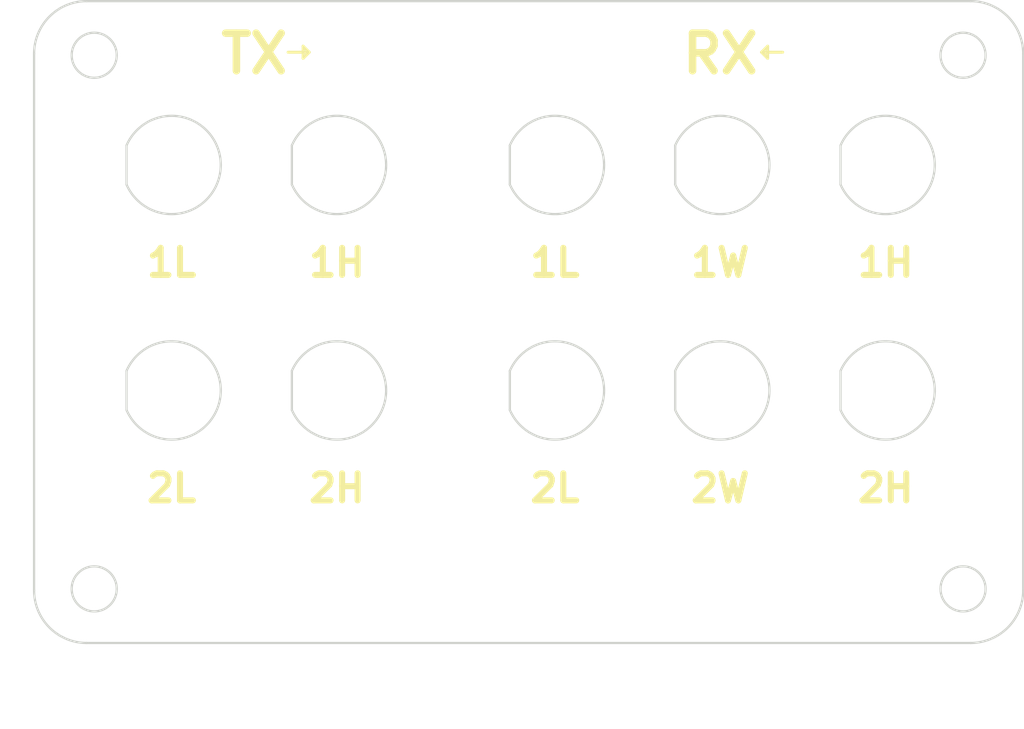
<source format=kicad_pcb>
(kicad_pcb (version 4) (host pcbnew no-bzr-kicad_new3d-viewer)

  (general
    (links 0)
    (no_connects 0)
    (area 98.532143 38.524999 167.025001 87.4925)
    (thickness 1.6)
    (drawings 36)
    (tracks 0)
    (zones 0)
    (modules 11)
    (nets 1)
  )

  (page A4)
  (layers
    (0 F.Cu signal)
    (31 B.Cu signal)
    (32 B.Adhes user)
    (33 F.Adhes user)
    (34 B.Paste user)
    (35 F.Paste user)
    (36 B.SilkS user)
    (37 F.SilkS user)
    (38 B.Mask user)
    (39 F.Mask user)
    (40 Dwgs.User user)
    (41 Cmts.User user)
    (42 Eco1.User user)
    (43 Eco2.User user)
    (44 Edge.Cuts user)
    (45 Margin user)
    (46 B.CrtYd user)
    (47 F.CrtYd user)
    (48 B.Fab user)
    (49 F.Fab user)
  )

  (setup
    (last_trace_width 0.25)
    (trace_clearance 0.2)
    (zone_clearance 0.508)
    (zone_45_only no)
    (trace_min 0.2)
    (segment_width 0.2)
    (edge_width 0.15)
    (via_size 0.6)
    (via_drill 0.4)
    (via_min_size 0.4)
    (via_min_drill 0.3)
    (uvia_size 0.3)
    (uvia_drill 0.1)
    (uvias_allowed no)
    (uvia_min_size 0.2)
    (uvia_min_drill 0.1)
    (pcb_text_width 0.3)
    (pcb_text_size 1.5 1.5)
    (mod_edge_width 0.15)
    (mod_text_size 1 1)
    (mod_text_width 0.15)
    (pad_size 6.5 6.5)
    (pad_drill 6.5)
    (pad_to_mask_clearance 0.2)
    (aux_axis_origin 0 0)
    (visible_elements 7FFFFFFF)
    (pcbplotparams
      (layerselection 0x00030_ffffffff)
      (usegerberextensions false)
      (excludeedgelayer true)
      (linewidth 0.100000)
      (plotframeref false)
      (viasonmask false)
      (mode 1)
      (useauxorigin false)
      (hpglpennumber 1)
      (hpglpenspeed 20)
      (hpglpendiameter 15)
      (psnegative false)
      (psa4output false)
      (plotreference true)
      (plotvalue true)
      (plotinvisibletext false)
      (padsonsilk false)
      (subtractmaskfromsilk false)
      (outputformat 1)
      (mirror false)
      (drillshape 1)
      (scaleselection 1)
      (outputdirectory ""))
  )

  (net 0 "")

  (net_class Default "This is the default net class."
    (clearance 0.2)
    (trace_width 0.25)
    (via_dia 0.6)
    (via_drill 0.4)
    (uvia_dia 0.3)
    (uvia_drill 0.1)
  )

  (module Ohišja:1 locked (layer F.Cu) (tedit 57338AA8) (tstamp 5733AE17)
    (at 100.95 81.5)
    (fp_text reference REF** (at 0 4.9) (layer Dwgs.User)
      (effects (font (size 1 1) (thickness 0.15)))
    )
    (fp_text value 1 (at 0 2.8) (layer F.Fab)
      (effects (font (size 1 1) (thickness 0.15)))
    )
    (fp_line (start 4.5 -9.6) (end 3 -8.7) (layer Dwgs.User) (width 0.15))
    (fp_line (start 4.5 -7.9) (end 4.5 -9.6) (layer Dwgs.User) (width 0.15))
    (fp_line (start 61.3 -9.6) (end 62.8 -8.7) (layer Dwgs.User) (width 0.15))
    (fp_line (start 61.3 -7.9) (end 61.3 -9.6) (layer Dwgs.User) (width 0.15))
    (fp_line (start 57 -3) (end 57 -1.8) (layer Dwgs.User) (width 0.15))
    (fp_line (start 58 -3) (end 57 -3) (layer Dwgs.User) (width 0.15))
    (fp_line (start 58 -1.8) (end 58 -3) (layer Dwgs.User) (width 0.15))
    (fp_line (start 60 -1.8) (end 60 -3.3) (layer Dwgs.User) (width 0.15))
    (fp_line (start 3 -7.9) (end 4.5 -7.9) (layer Dwgs.User) (width 0.15))
    (fp_line (start 3 -5.8) (end 4.5 -5.8) (layer Dwgs.User) (width 0.15))
    (fp_circle (center 4 -3.6) (end 5.5 -3.6) (layer Dwgs.User) (width 0.15))
    (fp_line (start 3 -1.8) (end 62.8 -1.8) (layer Dwgs.User) (width 0.15))
    (fp_line (start 62.8 -1.8) (end 62.8 -40.9) (layer Dwgs.User) (width 0.15))
    (fp_line (start 3 -40.9) (end 3 -1.8) (layer Dwgs.User) (width 0.15))
    (fp_arc (start 3.5 -39.2) (end 0 -39.2) (angle 90) (layer Dwgs.User) (width 0.15))
    (fp_arc (start 62.3 -3.5) (end 65.8 -3.5) (angle 90) (layer Dwgs.User) (width 0.15))
    (fp_arc (start 3.5 -3.5) (end 3.5 0) (angle 90) (layer Dwgs.User) (width 0.15))
    (fp_arc (start 62.3 -39.2) (end 62.3 -42.7) (angle 90) (layer Dwgs.User) (width 0.15))
    (fp_line (start 65.8 -39.2) (end 65.8 -3.5) (layer Dwgs.User) (width 0.15))
    (fp_line (start 62.3 0) (end 3.5 0) (layer Dwgs.User) (width 0.15))
    (fp_line (start 0 -3.5) (end 0 -39.2) (layer Dwgs.User) (width 0.15))
    (fp_line (start 3.5 -42.7) (end 62.3 -42.7) (layer Dwgs.User) (width 0.15))
    (fp_circle (center 61.8 -3.6) (end 63.3 -3.6) (layer Dwgs.User) (width 0.15))
    (fp_line (start 3.8 -3.8) (end 4.2 -3.4) (layer Dwgs.User) (width 0.15))
    (fp_line (start 61.6 -3.8) (end 62 -3.4) (layer Dwgs.User) (width 0.15))
    (fp_line (start 62 -3.8) (end 61.6 -3.4) (layer Dwgs.User) (width 0.15))
    (fp_line (start 4.2 -3.8) (end 3.8 -3.4) (layer Dwgs.User) (width 0.15))
    (fp_line (start 3.3 -3.7) (end 3.7 -3.3) (layer Dwgs.User) (width 0.15))
    (fp_line (start 3.7 -3.7) (end 3.3 -3.3) (layer Dwgs.User) (width 0.15))
    (fp_line (start 62.5 -3.7) (end 62.1 -3.3) (layer Dwgs.User) (width 0.15))
    (fp_line (start 62.1 -3.7) (end 62.5 -3.3) (layer Dwgs.User) (width 0.15))
    (fp_line (start 61.3 -5.8) (end 62.8 -5.8) (layer Dwgs.User) (width 0.15))
    (fp_line (start 61.3 -7.9) (end 62.8 -7.9) (layer Dwgs.User) (width 0.15))
    (fp_line (start 5.8 -1.8) (end 5.8 -3.3) (layer Dwgs.User) (width 0.15))
    (fp_line (start 7.8 -1.8) (end 7.8 -3) (layer Dwgs.User) (width 0.15))
    (fp_line (start 7.8 -3) (end 8.8 -3) (layer Dwgs.User) (width 0.15))
    (fp_line (start 8.8 -3) (end 8.8 -1.8) (layer Dwgs.User) (width 0.15))
    (fp_line (start 3.8 -38.9) (end 4.2 -39.3) (layer Dwgs.User) (width 0.15))
    (fp_line (start 4.2 -38.9) (end 3.8 -39.3) (layer Dwgs.User) (width 0.15))
    (fp_line (start 4.5 -36.9) (end 3 -36.9) (layer Dwgs.User) (width 0.15))
    (fp_line (start 4.5 -33.1) (end 3 -34) (layer Dwgs.User) (width 0.15))
    (fp_line (start 4.5 -34.8) (end 3 -34.8) (layer Dwgs.User) (width 0.15))
    (fp_line (start 4.5 -34.8) (end 4.5 -33.1) (layer Dwgs.User) (width 0.15))
    (fp_circle (center 61.8 -39.1) (end 60.3 -39.1) (layer Dwgs.User) (width 0.15))
    (fp_line (start 62.8 -40.9) (end 3 -40.9) (layer Dwgs.User) (width 0.15))
    (fp_line (start 3.3 -39) (end 3.7 -39.4) (layer Dwgs.User) (width 0.15))
    (fp_line (start 5.8 -40.9) (end 5.8 -39.4) (layer Dwgs.User) (width 0.15))
    (fp_line (start 8.8 -39.7) (end 8.8 -40.9) (layer Dwgs.User) (width 0.15))
    (fp_line (start 7.8 -40.9) (end 7.8 -39.7) (layer Dwgs.User) (width 0.15))
    (fp_line (start 7.8 -39.7) (end 8.8 -39.7) (layer Dwgs.User) (width 0.15))
    (fp_line (start 3.7 -39) (end 3.3 -39.4) (layer Dwgs.User) (width 0.15))
    (fp_circle (center 4 -39.1) (end 2.5 -39.1) (layer Dwgs.User) (width 0.15))
    (fp_line (start 62.8 -34.8) (end 61.3 -34.8) (layer Dwgs.User) (width 0.15))
    (fp_line (start 61.3 -33.1) (end 62.8 -34) (layer Dwgs.User) (width 0.15))
    (fp_line (start 61.3 -34.8) (end 61.3 -33.1) (layer Dwgs.User) (width 0.15))
    (fp_line (start 62.8 -36.9) (end 61.3 -36.9) (layer Dwgs.User) (width 0.15))
    (fp_line (start 62.1 -39) (end 62.5 -39.4) (layer Dwgs.User) (width 0.15))
    (fp_line (start 62.5 -39) (end 62.1 -39.4) (layer Dwgs.User) (width 0.15))
    (fp_line (start 61.6 -38.9) (end 62 -39.3) (layer Dwgs.User) (width 0.15))
    (fp_line (start 62 -38.9) (end 61.6 -39.3) (layer Dwgs.User) (width 0.15))
    (fp_line (start 58 -40.9) (end 58 -39.7) (layer Dwgs.User) (width 0.15))
    (fp_line (start 60 -40.9) (end 60 -39.4) (layer Dwgs.User) (width 0.15))
    (fp_line (start 57 -39.7) (end 57 -40.9) (layer Dwgs.User) (width 0.15))
    (fp_line (start 58 -39.7) (end 57 -39.7) (layer Dwgs.User) (width 0.15))
  )

  (module Ohisja:2 (layer F.Cu) (tedit 57339325) (tstamp 5733B0A0)
    (at 157.6 49.7)
    (fp_text reference REF** (at 0 7.7) (layer Dwgs.User)
      (effects (font (size 1 1) (thickness 0.15)))
    )
    (fp_text value 2 (at 0 6.7) (layer F.Fab)
      (effects (font (size 1 1) (thickness 0.15)))
    )
    (fp_arc (start 0 0) (end -3 -1.3) (angle 313.1426144) (layer Edge.Cuts) (width 0.15))
    (fp_line (start -3 -1.3) (end -3 1.3) (layer Edge.Cuts) (width 0.15))
    (fp_circle (center 0 0) (end 7.5 0) (layer Dwgs.User) (width 0.15))
    (fp_line (start 0.2 0.2) (end -0.2 -0.2) (layer Dwgs.User) (width 0.15))
    (fp_line (start -0.2 0.2) (end 0.2 -0.2) (layer Dwgs.User) (width 0.15))
    (fp_line (start 4 2.1) (end 4 -2.1) (layer Dwgs.User) (width 0.15))
    (fp_line (start 0 4.5) (end 4 2.1) (layer Dwgs.User) (width 0.15))
    (fp_line (start -4 2.1) (end 0 4.5) (layer Dwgs.User) (width 0.15))
    (fp_line (start -4 -2.1) (end -4 2.1) (layer Dwgs.User) (width 0.15))
    (fp_line (start 0 -4.5) (end -4 -2.1) (layer Dwgs.User) (width 0.15))
    (fp_line (start 4 -2.1) (end 0 -4.5) (layer Dwgs.User) (width 0.15))
    (fp_circle (center 0 0) (end 4.5 0) (layer Dwgs.User) (width 0.15))
    (fp_circle (center 0 0) (end 3.25 0) (layer Dwgs.User) (width 0.15))
    (model D:/Dropbox/Projekti/Ohisja/sma.wrl
      (at (xyz 0 -0.02559055118110237 -0.1377952755905512))
      (scale (xyz 0.3937 0.3937 0.3937))
      (rotate (xyz 0 0 0))
    )
  )

  (module Ohisja:2 (layer F.Cu) (tedit 57339325) (tstamp 5733B91E)
    (at 135.6 64.7)
    (fp_text reference REF** (at 0 7.7) (layer Dwgs.User)
      (effects (font (size 1 1) (thickness 0.15)))
    )
    (fp_text value 2 (at 0 6.7) (layer F.Fab)
      (effects (font (size 1 1) (thickness 0.15)))
    )
    (fp_arc (start 0 0) (end -3 -1.3) (angle 313.1426144) (layer Edge.Cuts) (width 0.15))
    (fp_line (start -3 -1.3) (end -3 1.3) (layer Edge.Cuts) (width 0.15))
    (fp_circle (center 0 0) (end 7.5 0) (layer Dwgs.User) (width 0.15))
    (fp_line (start 0.2 0.2) (end -0.2 -0.2) (layer Dwgs.User) (width 0.15))
    (fp_line (start -0.2 0.2) (end 0.2 -0.2) (layer Dwgs.User) (width 0.15))
    (fp_line (start 4 2.1) (end 4 -2.1) (layer Dwgs.User) (width 0.15))
    (fp_line (start 0 4.5) (end 4 2.1) (layer Dwgs.User) (width 0.15))
    (fp_line (start -4 2.1) (end 0 4.5) (layer Dwgs.User) (width 0.15))
    (fp_line (start -4 -2.1) (end -4 2.1) (layer Dwgs.User) (width 0.15))
    (fp_line (start 0 -4.5) (end -4 -2.1) (layer Dwgs.User) (width 0.15))
    (fp_line (start 4 -2.1) (end 0 -4.5) (layer Dwgs.User) (width 0.15))
    (fp_circle (center 0 0) (end 4.5 0) (layer Dwgs.User) (width 0.15))
    (fp_circle (center 0 0) (end 3.25 0) (layer Dwgs.User) (width 0.15))
    (model D:/Dropbox/Projekti/Ohisja/sma.wrl
      (at (xyz 0 -0.02559055118110237 -0.1377952755905512))
      (scale (xyz 0.3937 0.3937 0.3937))
      (rotate (xyz 0 0 0))
    )
  )

  (module Ohisja:2 (layer F.Cu) (tedit 57339325) (tstamp 5733B910)
    (at 146.6 64.7)
    (fp_text reference REF** (at 0 7.7) (layer Dwgs.User)
      (effects (font (size 1 1) (thickness 0.15)))
    )
    (fp_text value 2 (at 0 6.7) (layer F.Fab)
      (effects (font (size 1 1) (thickness 0.15)))
    )
    (fp_arc (start 0 0) (end -3 -1.3) (angle 313.1426144) (layer Edge.Cuts) (width 0.15))
    (fp_line (start -3 -1.3) (end -3 1.3) (layer Edge.Cuts) (width 0.15))
    (fp_circle (center 0 0) (end 7.5 0) (layer Dwgs.User) (width 0.15))
    (fp_line (start 0.2 0.2) (end -0.2 -0.2) (layer Dwgs.User) (width 0.15))
    (fp_line (start -0.2 0.2) (end 0.2 -0.2) (layer Dwgs.User) (width 0.15))
    (fp_line (start 4 2.1) (end 4 -2.1) (layer Dwgs.User) (width 0.15))
    (fp_line (start 0 4.5) (end 4 2.1) (layer Dwgs.User) (width 0.15))
    (fp_line (start -4 2.1) (end 0 4.5) (layer Dwgs.User) (width 0.15))
    (fp_line (start -4 -2.1) (end -4 2.1) (layer Dwgs.User) (width 0.15))
    (fp_line (start 0 -4.5) (end -4 -2.1) (layer Dwgs.User) (width 0.15))
    (fp_line (start 4 -2.1) (end 0 -4.5) (layer Dwgs.User) (width 0.15))
    (fp_circle (center 0 0) (end 4.5 0) (layer Dwgs.User) (width 0.15))
    (fp_circle (center 0 0) (end 3.25 0) (layer Dwgs.User) (width 0.15))
    (model D:/Dropbox/Projekti/Ohisja/sma.wrl
      (at (xyz 0 -0.02559055118110237 -0.1377952755905512))
      (scale (xyz 0.3937 0.3937 0.3937))
      (rotate (xyz 0 0 0))
    )
  )

  (module Ohisja:2 (layer F.Cu) (tedit 57339325) (tstamp 5733B902)
    (at 157.6 64.7)
    (fp_text reference REF** (at 0 7.7) (layer Dwgs.User)
      (effects (font (size 1 1) (thickness 0.15)))
    )
    (fp_text value 2 (at 0 6.7) (layer F.Fab)
      (effects (font (size 1 1) (thickness 0.15)))
    )
    (fp_arc (start 0 0) (end -3 -1.3) (angle 313.1426144) (layer Edge.Cuts) (width 0.15))
    (fp_line (start -3 -1.3) (end -3 1.3) (layer Edge.Cuts) (width 0.15))
    (fp_circle (center 0 0) (end 7.5 0) (layer Dwgs.User) (width 0.15))
    (fp_line (start 0.2 0.2) (end -0.2 -0.2) (layer Dwgs.User) (width 0.15))
    (fp_line (start -0.2 0.2) (end 0.2 -0.2) (layer Dwgs.User) (width 0.15))
    (fp_line (start 4 2.1) (end 4 -2.1) (layer Dwgs.User) (width 0.15))
    (fp_line (start 0 4.5) (end 4 2.1) (layer Dwgs.User) (width 0.15))
    (fp_line (start -4 2.1) (end 0 4.5) (layer Dwgs.User) (width 0.15))
    (fp_line (start -4 -2.1) (end -4 2.1) (layer Dwgs.User) (width 0.15))
    (fp_line (start 0 -4.5) (end -4 -2.1) (layer Dwgs.User) (width 0.15))
    (fp_line (start 4 -2.1) (end 0 -4.5) (layer Dwgs.User) (width 0.15))
    (fp_circle (center 0 0) (end 4.5 0) (layer Dwgs.User) (width 0.15))
    (fp_circle (center 0 0) (end 3.25 0) (layer Dwgs.User) (width 0.15))
    (model D:/Dropbox/Projekti/Ohisja/sma.wrl
      (at (xyz 0 -0.02559055118110237 -0.1377952755905512))
      (scale (xyz 0.3937 0.3937 0.3937))
      (rotate (xyz 0 0 0))
    )
  )

  (module Ohisja:2 (layer F.Cu) (tedit 57339325) (tstamp 5733B8F4)
    (at 135.6 49.7)
    (fp_text reference REF** (at 0 7.7) (layer Dwgs.User)
      (effects (font (size 1 1) (thickness 0.15)))
    )
    (fp_text value 2 (at 0 6.7) (layer F.Fab)
      (effects (font (size 1 1) (thickness 0.15)))
    )
    (fp_arc (start 0 0) (end -3 -1.3) (angle 313.1426144) (layer Edge.Cuts) (width 0.15))
    (fp_line (start -3 -1.3) (end -3 1.3) (layer Edge.Cuts) (width 0.15))
    (fp_circle (center 0 0) (end 7.5 0) (layer Dwgs.User) (width 0.15))
    (fp_line (start 0.2 0.2) (end -0.2 -0.2) (layer Dwgs.User) (width 0.15))
    (fp_line (start -0.2 0.2) (end 0.2 -0.2) (layer Dwgs.User) (width 0.15))
    (fp_line (start 4 2.1) (end 4 -2.1) (layer Dwgs.User) (width 0.15))
    (fp_line (start 0 4.5) (end 4 2.1) (layer Dwgs.User) (width 0.15))
    (fp_line (start -4 2.1) (end 0 4.5) (layer Dwgs.User) (width 0.15))
    (fp_line (start -4 -2.1) (end -4 2.1) (layer Dwgs.User) (width 0.15))
    (fp_line (start 0 -4.5) (end -4 -2.1) (layer Dwgs.User) (width 0.15))
    (fp_line (start 4 -2.1) (end 0 -4.5) (layer Dwgs.User) (width 0.15))
    (fp_circle (center 0 0) (end 4.5 0) (layer Dwgs.User) (width 0.15))
    (fp_circle (center 0 0) (end 3.25 0) (layer Dwgs.User) (width 0.15))
    (model D:/Dropbox/Projekti/Ohisja/sma.wrl
      (at (xyz 0 -0.02559055118110237 -0.1377952755905512))
      (scale (xyz 0.3937 0.3937 0.3937))
      (rotate (xyz 0 0 0))
    )
  )

  (module Ohisja:2 (layer F.Cu) (tedit 57339325) (tstamp 5733B8E6)
    (at 146.6 49.7)
    (fp_text reference REF** (at 0 7.7) (layer Dwgs.User)
      (effects (font (size 1 1) (thickness 0.15)))
    )
    (fp_text value 2 (at 0 6.7) (layer F.Fab)
      (effects (font (size 1 1) (thickness 0.15)))
    )
    (fp_arc (start 0 0) (end -3 -1.3) (angle 313.1426144) (layer Edge.Cuts) (width 0.15))
    (fp_line (start -3 -1.3) (end -3 1.3) (layer Edge.Cuts) (width 0.15))
    (fp_circle (center 0 0) (end 7.5 0) (layer Dwgs.User) (width 0.15))
    (fp_line (start 0.2 0.2) (end -0.2 -0.2) (layer Dwgs.User) (width 0.15))
    (fp_line (start -0.2 0.2) (end 0.2 -0.2) (layer Dwgs.User) (width 0.15))
    (fp_line (start 4 2.1) (end 4 -2.1) (layer Dwgs.User) (width 0.15))
    (fp_line (start 0 4.5) (end 4 2.1) (layer Dwgs.User) (width 0.15))
    (fp_line (start -4 2.1) (end 0 4.5) (layer Dwgs.User) (width 0.15))
    (fp_line (start -4 -2.1) (end -4 2.1) (layer Dwgs.User) (width 0.15))
    (fp_line (start 0 -4.5) (end -4 -2.1) (layer Dwgs.User) (width 0.15))
    (fp_line (start 4 -2.1) (end 0 -4.5) (layer Dwgs.User) (width 0.15))
    (fp_circle (center 0 0) (end 4.5 0) (layer Dwgs.User) (width 0.15))
    (fp_circle (center 0 0) (end 3.25 0) (layer Dwgs.User) (width 0.15))
    (model D:/Dropbox/Projekti/Ohisja/sma.wrl
      (at (xyz 0 -0.02559055118110237 -0.1377952755905512))
      (scale (xyz 0.3937 0.3937 0.3937))
      (rotate (xyz 0 0 0))
    )
  )

  (module Ohisja:2 (layer F.Cu) (tedit 57339325) (tstamp 5733B8C7)
    (at 121.1 64.7)
    (fp_text reference REF** (at 0 7.7) (layer Dwgs.User)
      (effects (font (size 1 1) (thickness 0.15)))
    )
    (fp_text value 2 (at 0 6.7) (layer F.Fab)
      (effects (font (size 1 1) (thickness 0.15)))
    )
    (fp_arc (start 0 0) (end -3 -1.3) (angle 313.1426144) (layer Edge.Cuts) (width 0.15))
    (fp_line (start -3 -1.3) (end -3 1.3) (layer Edge.Cuts) (width 0.15))
    (fp_circle (center 0 0) (end 7.5 0) (layer Dwgs.User) (width 0.15))
    (fp_line (start 0.2 0.2) (end -0.2 -0.2) (layer Dwgs.User) (width 0.15))
    (fp_line (start -0.2 0.2) (end 0.2 -0.2) (layer Dwgs.User) (width 0.15))
    (fp_line (start 4 2.1) (end 4 -2.1) (layer Dwgs.User) (width 0.15))
    (fp_line (start 0 4.5) (end 4 2.1) (layer Dwgs.User) (width 0.15))
    (fp_line (start -4 2.1) (end 0 4.5) (layer Dwgs.User) (width 0.15))
    (fp_line (start -4 -2.1) (end -4 2.1) (layer Dwgs.User) (width 0.15))
    (fp_line (start 0 -4.5) (end -4 -2.1) (layer Dwgs.User) (width 0.15))
    (fp_line (start 4 -2.1) (end 0 -4.5) (layer Dwgs.User) (width 0.15))
    (fp_circle (center 0 0) (end 4.5 0) (layer Dwgs.User) (width 0.15))
    (fp_circle (center 0 0) (end 3.25 0) (layer Dwgs.User) (width 0.15))
    (model D:/Dropbox/Projekti/Ohisja/sma.wrl
      (at (xyz 0 -0.02559055118110237 -0.1377952755905512))
      (scale (xyz 0.3937 0.3937 0.3937))
      (rotate (xyz 0 0 0))
    )
  )

  (module Ohisja:2 (layer F.Cu) (tedit 57339325) (tstamp 5733B8B9)
    (at 110.1 64.7)
    (fp_text reference REF** (at 0 7.7) (layer Dwgs.User)
      (effects (font (size 1 1) (thickness 0.15)))
    )
    (fp_text value 2 (at 0 6.7) (layer F.Fab)
      (effects (font (size 1 1) (thickness 0.15)))
    )
    (fp_arc (start 0 0) (end -3 -1.3) (angle 313.1426144) (layer Edge.Cuts) (width 0.15))
    (fp_line (start -3 -1.3) (end -3 1.3) (layer Edge.Cuts) (width 0.15))
    (fp_circle (center 0 0) (end 7.5 0) (layer Dwgs.User) (width 0.15))
    (fp_line (start 0.2 0.2) (end -0.2 -0.2) (layer Dwgs.User) (width 0.15))
    (fp_line (start -0.2 0.2) (end 0.2 -0.2) (layer Dwgs.User) (width 0.15))
    (fp_line (start 4 2.1) (end 4 -2.1) (layer Dwgs.User) (width 0.15))
    (fp_line (start 0 4.5) (end 4 2.1) (layer Dwgs.User) (width 0.15))
    (fp_line (start -4 2.1) (end 0 4.5) (layer Dwgs.User) (width 0.15))
    (fp_line (start -4 -2.1) (end -4 2.1) (layer Dwgs.User) (width 0.15))
    (fp_line (start 0 -4.5) (end -4 -2.1) (layer Dwgs.User) (width 0.15))
    (fp_line (start 4 -2.1) (end 0 -4.5) (layer Dwgs.User) (width 0.15))
    (fp_circle (center 0 0) (end 4.5 0) (layer Dwgs.User) (width 0.15))
    (fp_circle (center 0 0) (end 3.25 0) (layer Dwgs.User) (width 0.15))
    (model D:/Dropbox/Projekti/Ohisja/sma.wrl
      (at (xyz 0 -0.02559055118110237 -0.1377952755905512))
      (scale (xyz 0.3937 0.3937 0.3937))
      (rotate (xyz 0 0 0))
    )
  )

  (module Ohisja:2 (layer F.Cu) (tedit 57339325) (tstamp 5733B8AB)
    (at 121.1 49.7)
    (fp_text reference REF** (at 0 7.7) (layer Dwgs.User)
      (effects (font (size 1 1) (thickness 0.15)))
    )
    (fp_text value 2 (at 0 6.7) (layer F.Fab)
      (effects (font (size 1 1) (thickness 0.15)))
    )
    (fp_arc (start 0 0) (end -3 -1.3) (angle 313.1426144) (layer Edge.Cuts) (width 0.15))
    (fp_line (start -3 -1.3) (end -3 1.3) (layer Edge.Cuts) (width 0.15))
    (fp_circle (center 0 0) (end 7.5 0) (layer Dwgs.User) (width 0.15))
    (fp_line (start 0.2 0.2) (end -0.2 -0.2) (layer Dwgs.User) (width 0.15))
    (fp_line (start -0.2 0.2) (end 0.2 -0.2) (layer Dwgs.User) (width 0.15))
    (fp_line (start 4 2.1) (end 4 -2.1) (layer Dwgs.User) (width 0.15))
    (fp_line (start 0 4.5) (end 4 2.1) (layer Dwgs.User) (width 0.15))
    (fp_line (start -4 2.1) (end 0 4.5) (layer Dwgs.User) (width 0.15))
    (fp_line (start -4 -2.1) (end -4 2.1) (layer Dwgs.User) (width 0.15))
    (fp_line (start 0 -4.5) (end -4 -2.1) (layer Dwgs.User) (width 0.15))
    (fp_line (start 4 -2.1) (end 0 -4.5) (layer Dwgs.User) (width 0.15))
    (fp_circle (center 0 0) (end 4.5 0) (layer Dwgs.User) (width 0.15))
    (fp_circle (center 0 0) (end 3.25 0) (layer Dwgs.User) (width 0.15))
    (model D:/Dropbox/Projekti/Ohisja/sma.wrl
      (at (xyz 0 -0.02559055118110237 -0.1377952755905512))
      (scale (xyz 0.3937 0.3937 0.3937))
      (rotate (xyz 0 0 0))
    )
  )

  (module Ohisja:2 (layer F.Cu) (tedit 57339325) (tstamp 5733B72C)
    (at 110.1 49.7)
    (fp_text reference REF** (at 0 7.7) (layer Dwgs.User)
      (effects (font (size 1 1) (thickness 0.15)))
    )
    (fp_text value 2 (at 0 6.7) (layer F.Fab)
      (effects (font (size 1 1) (thickness 0.15)))
    )
    (fp_arc (start 0 0) (end -3 -1.3) (angle 313.1426144) (layer Edge.Cuts) (width 0.15))
    (fp_line (start -3 -1.3) (end -3 1.3) (layer Edge.Cuts) (width 0.15))
    (fp_circle (center 0 0) (end 7.5 0) (layer Dwgs.User) (width 0.15))
    (fp_line (start 0.2 0.2) (end -0.2 -0.2) (layer Dwgs.User) (width 0.15))
    (fp_line (start -0.2 0.2) (end 0.2 -0.2) (layer Dwgs.User) (width 0.15))
    (fp_line (start 4 2.1) (end 4 -2.1) (layer Dwgs.User) (width 0.15))
    (fp_line (start 0 4.5) (end 4 2.1) (layer Dwgs.User) (width 0.15))
    (fp_line (start -4 2.1) (end 0 4.5) (layer Dwgs.User) (width 0.15))
    (fp_line (start -4 -2.1) (end -4 2.1) (layer Dwgs.User) (width 0.15))
    (fp_line (start 0 -4.5) (end -4 -2.1) (layer Dwgs.User) (width 0.15))
    (fp_line (start 4 -2.1) (end 0 -4.5) (layer Dwgs.User) (width 0.15))
    (fp_circle (center 0 0) (end 4.5 0) (layer Dwgs.User) (width 0.15))
    (fp_circle (center 0 0) (end 3.25 0) (layer Dwgs.User) (width 0.15))
    (model D:/Dropbox/Projekti/Ohisja/sma.wrl
      (at (xyz 0 -0.02559055118110237 -0.1377952755905512))
      (scale (xyz 0.3937 0.3937 0.3937))
      (rotate (xyz 0 0 0))
    )
  )

  (gr_line (start 150.75 42.2) (end 149.35 42.2) (layer F.SilkS) (width 0.2) (tstamp 5733A89D))
  (gr_line (start 149.75 42.6) (end 149.75 41.8) (layer F.SilkS) (width 0.2) (tstamp 5733A89C))
  (gr_line (start 149.35 42.2) (end 149.75 42.6) (layer F.SilkS) (width 0.2) (tstamp 5733A89B))
  (gr_line (start 149.75 41.8) (end 149.35 42.2) (layer F.SilkS) (width 0.2) (tstamp 5733A89A))
  (gr_line (start 118.85 42.6) (end 119.25 42.2) (layer F.SilkS) (width 0.2))
  (gr_line (start 118.85 41.8) (end 118.85 42.6) (layer F.SilkS) (width 0.2))
  (gr_line (start 119.25 42.2) (end 118.85 41.8) (layer F.SilkS) (width 0.2))
  (gr_line (start 117.85 42.2) (end 119.25 42.2) (layer F.SilkS) (width 0.2))
  (gr_text RX (at 146.6 42.3) (layer F.SilkS) (tstamp 5733BDF8)
    (effects (font (size 2.5 2.5) (thickness 0.5)))
  )
  (gr_text TX (at 115.6 42.3) (layer F.SilkS) (tstamp 5733BDEA)
    (effects (font (size 2.5 2.5) (thickness 0.5)))
  )
  (gr_text 2L (at 135.6 71.2) (layer F.SilkS) (tstamp 5733BDD5)
    (effects (font (size 1.8 1.8) (thickness 0.4)))
  )
  (gr_text 2W (at 146.6 71.2) (layer F.SilkS) (tstamp 5733BDD4)
    (effects (font (size 1.8 1.8) (thickness 0.4)))
  )
  (gr_text 2H (at 157.6 71.2) (layer F.SilkS) (tstamp 5733BDD3)
    (effects (font (size 1.8 1.8) (thickness 0.4)))
  )
  (gr_text 1L (at 135.6 56.2) (layer F.SilkS) (tstamp 5733BDD2)
    (effects (font (size 1.8 1.8) (thickness 0.4)))
  )
  (gr_text 1W (at 146.6 56.2) (layer F.SilkS) (tstamp 5733BDD1)
    (effects (font (size 1.8 1.8) (thickness 0.4)))
  )
  (gr_text 1H (at 157.6 56.2) (layer F.SilkS) (tstamp 5733BDCD)
    (effects (font (size 1.8 1.8) (thickness 0.4)))
  )
  (gr_text "2H\n" (at 121.1 71.2) (layer F.SilkS) (tstamp 5733BD95)
    (effects (font (size 1.8 1.8) (thickness 0.4)))
  )
  (gr_text 2L (at 110.1 71.2) (layer F.SilkS) (tstamp 5733BD94)
    (effects (font (size 1.8 1.8) (thickness 0.4)))
  )
  (gr_text 1H (at 121.1 56.2) (layer F.SilkS) (tstamp 5733BD93)
    (effects (font (size 1.8 1.8) (thickness 0.4)))
  )
  (gr_text 1L (at 110.1 56.2) (layer F.SilkS)
    (effects (font (size 1.8 1.8) (thickness 0.4)))
  )
  (gr_circle (center 104.95 77.9) (end 106.45 77.9) (layer Edge.Cuts) (width 0.15))
  (gr_circle (center 104.95 42.4) (end 106.45 42.4) (layer Edge.Cuts) (width 0.15))
  (gr_circle (center 162.75 42.4) (end 164.25 42.4) (layer Edge.Cuts) (width 0.15))
  (gr_circle (center 162.75 77.9) (end 164.25 77.9) (layer Edge.Cuts) (width 0.15))
  (gr_line (start 100.95 78) (end 100.95 42.3) (layer Edge.Cuts) (width 0.15))
  (gr_line (start 163.25 81.5) (end 104.45 81.5) (layer Edge.Cuts) (width 0.15))
  (gr_line (start 166.75 42.3) (end 166.75 78) (layer Edge.Cuts) (width 0.15))
  (gr_line (start 104.45 38.8) (end 163.25 38.8) (layer Edge.Cuts) (width 0.15))
  (gr_arc (start 104.45 42.3) (end 100.95 42.3) (angle 90) (layer Edge.Cuts) (width 0.15))
  (gr_arc (start 104.45 78) (end 104.45 81.5) (angle 90) (layer Edge.Cuts) (width 0.15))
  (gr_arc (start 163.25 78) (end 166.75 78) (angle 90) (layer Edge.Cuts) (width 0.15))
  (gr_arc (start 163.25 42.3) (end 163.25 38.8) (angle 90) (layer Edge.Cuts) (width 0.15))
  (gr_line (start 104 73.95) (end 104 75.55) (layer Dwgs.User) (width 0.2))
  (gr_line (start 163.8 73.95) (end 104 73.95) (layer Dwgs.User) (width 0.2))
  (gr_line (start 163.8 75.55) (end 163.8 73.95) (layer Dwgs.User) (width 0.2))
  (gr_line (start 104 75.55) (end 163.8 75.55) (layer Dwgs.User) (width 0.2))

)

</source>
